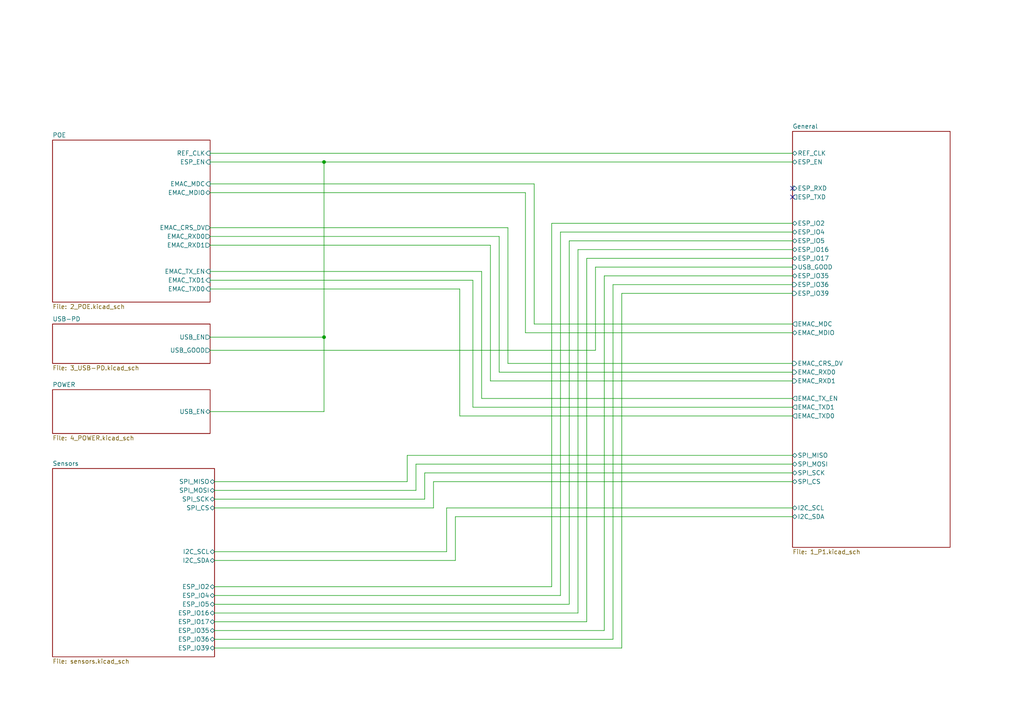
<source format=kicad_sch>
(kicad_sch
	(version 20231120)
	(generator "eeschema")
	(generator_version "8.0")
	(uuid "e085f17c-3357-4281-ab9e-eebcecacdfc5")
	(paper "A4")
	(lib_symbols)
	(junction
		(at 93.98 97.79)
		(diameter 0)
		(color 0 0 0 0)
		(uuid "426342bf-2a64-4630-9e84-832b310dd5c4")
	)
	(junction
		(at 93.98 46.99)
		(diameter 0)
		(color 0 0 0 0)
		(uuid "9965e8bd-51e7-4617-84ab-04c0142fe3fb")
	)
	(no_connect
		(at 229.87 54.61)
		(uuid "054aa814-c547-45e0-b544-af1f2dab1da2")
	)
	(no_connect
		(at 229.87 57.15)
		(uuid "1e11e0ee-b9a0-445e-82e2-17cf20e4c0e5")
	)
	(wire
		(pts
			(xy 229.87 96.52) (xy 152.4 96.52)
		)
		(stroke
			(width 0)
			(type default)
		)
		(uuid "084996b1-5906-448d-8f38-8f7ea3bac7cb")
	)
	(wire
		(pts
			(xy 165.1 175.26) (xy 165.1 69.85)
		)
		(stroke
			(width 0)
			(type default)
		)
		(uuid "0881b7eb-ccd1-4120-ba59-840d34c10e3c")
	)
	(wire
		(pts
			(xy 132.08 149.86) (xy 229.87 149.86)
		)
		(stroke
			(width 0)
			(type default)
		)
		(uuid "0ae4d315-6fa5-4386-98ce-fb61f70b6b8e")
	)
	(wire
		(pts
			(xy 62.23 180.34) (xy 170.18 180.34)
		)
		(stroke
			(width 0)
			(type default)
		)
		(uuid "0ddec1ab-7371-4dc0-920e-19777f6d8ffe")
	)
	(wire
		(pts
			(xy 62.23 160.02) (xy 129.54 160.02)
		)
		(stroke
			(width 0)
			(type default)
		)
		(uuid "0e957565-c289-4355-83a7-607a4ca57dd1")
	)
	(wire
		(pts
			(xy 177.8 82.55) (xy 177.8 185.42)
		)
		(stroke
			(width 0)
			(type default)
		)
		(uuid "11fdbf4e-f5c9-413c-942f-21fe59d5d907")
	)
	(wire
		(pts
			(xy 229.87 110.49) (xy 142.24 110.49)
		)
		(stroke
			(width 0)
			(type default)
		)
		(uuid "1704bf27-22f2-4ebd-a774-f1eb2f513f80")
	)
	(wire
		(pts
			(xy 60.96 83.82) (xy 133.35 83.82)
		)
		(stroke
			(width 0)
			(type default)
		)
		(uuid "1bf4eb11-5378-428a-b245-fc63689d8e50")
	)
	(wire
		(pts
			(xy 118.11 139.7) (xy 118.11 132.08)
		)
		(stroke
			(width 0)
			(type default)
		)
		(uuid "25bc8179-94c5-48bd-a112-1a6a12c6945a")
	)
	(wire
		(pts
			(xy 129.54 160.02) (xy 129.54 147.32)
		)
		(stroke
			(width 0)
			(type default)
		)
		(uuid "298bbd43-f412-4f53-a5a7-1a8537c54be7")
	)
	(wire
		(pts
			(xy 62.23 170.18) (xy 160.02 170.18)
		)
		(stroke
			(width 0)
			(type default)
		)
		(uuid "326aaba3-a032-4b69-ab5c-41f92756e0bf")
	)
	(wire
		(pts
			(xy 125.73 139.7) (xy 229.87 139.7)
		)
		(stroke
			(width 0)
			(type default)
		)
		(uuid "340a7f6e-797c-44f9-99f3-5b1a418c61fc")
	)
	(wire
		(pts
			(xy 60.96 97.79) (xy 93.98 97.79)
		)
		(stroke
			(width 0)
			(type default)
		)
		(uuid "381b211a-72a6-47fb-927a-78979938fc7a")
	)
	(wire
		(pts
			(xy 229.87 105.41) (xy 147.32 105.41)
		)
		(stroke
			(width 0)
			(type default)
		)
		(uuid "383790db-b8f4-4811-bcfa-0fb619b96279")
	)
	(wire
		(pts
			(xy 142.24 110.49) (xy 142.24 71.12)
		)
		(stroke
			(width 0)
			(type default)
		)
		(uuid "387bfd70-9346-4af5-b500-cc3455ec2638")
	)
	(wire
		(pts
			(xy 60.96 119.38) (xy 93.98 119.38)
		)
		(stroke
			(width 0)
			(type default)
		)
		(uuid "3d4446ca-ad3c-4d4b-b5d5-86d7c8ee50f2")
	)
	(wire
		(pts
			(xy 60.96 44.45) (xy 229.87 44.45)
		)
		(stroke
			(width 0)
			(type default)
		)
		(uuid "46f6c9a8-2344-417f-9fce-fac184c6743a")
	)
	(wire
		(pts
			(xy 170.18 74.93) (xy 229.87 74.93)
		)
		(stroke
			(width 0)
			(type default)
		)
		(uuid "4b948429-ba6e-49b2-98bd-2e28a560adf2")
	)
	(wire
		(pts
			(xy 62.23 144.78) (xy 123.19 144.78)
		)
		(stroke
			(width 0)
			(type default)
		)
		(uuid "4d8d5cd3-1c38-471c-92d1-b80970d2e756")
	)
	(wire
		(pts
			(xy 229.87 72.39) (xy 167.64 72.39)
		)
		(stroke
			(width 0)
			(type default)
		)
		(uuid "50b0ca69-ed1c-45c1-a58c-af86bcbcf44c")
	)
	(wire
		(pts
			(xy 167.64 177.8) (xy 62.23 177.8)
		)
		(stroke
			(width 0)
			(type default)
		)
		(uuid "50c82dd3-6ff1-43f6-80ed-3cb1be773875")
	)
	(wire
		(pts
			(xy 62.23 187.96) (xy 180.34 187.96)
		)
		(stroke
			(width 0)
			(type default)
		)
		(uuid "5171e110-762e-4343-9dea-a6d53cafdeed")
	)
	(wire
		(pts
			(xy 154.94 53.34) (xy 154.94 93.98)
		)
		(stroke
			(width 0)
			(type default)
		)
		(uuid "59bf5867-11f6-47de-8620-49adc07aa174")
	)
	(wire
		(pts
			(xy 62.23 175.26) (xy 165.1 175.26)
		)
		(stroke
			(width 0)
			(type default)
		)
		(uuid "632c82f4-9aa7-4d06-a8f8-f04e4408a0fe")
	)
	(wire
		(pts
			(xy 62.23 147.32) (xy 125.73 147.32)
		)
		(stroke
			(width 0)
			(type default)
		)
		(uuid "642f3e26-b0c1-44b9-a9db-643ad8b7b5e4")
	)
	(wire
		(pts
			(xy 60.96 53.34) (xy 154.94 53.34)
		)
		(stroke
			(width 0)
			(type default)
		)
		(uuid "6578332f-3bb3-43ac-8c37-78c2eec1fab0")
	)
	(wire
		(pts
			(xy 180.34 187.96) (xy 180.34 85.09)
		)
		(stroke
			(width 0)
			(type default)
		)
		(uuid "68d55c60-61e8-4924-b598-fec0f52b77bc")
	)
	(wire
		(pts
			(xy 125.73 147.32) (xy 125.73 139.7)
		)
		(stroke
			(width 0)
			(type default)
		)
		(uuid "69ade173-b127-4e3c-84ed-01295641fe02")
	)
	(wire
		(pts
			(xy 93.98 97.79) (xy 93.98 46.99)
		)
		(stroke
			(width 0)
			(type default)
		)
		(uuid "6c9cd14c-bece-4e26-aed9-c7d63914df60")
	)
	(wire
		(pts
			(xy 60.96 101.6) (xy 172.72 101.6)
		)
		(stroke
			(width 0)
			(type default)
		)
		(uuid "6ddd2676-7d07-4c7c-94f9-d7513caddb13")
	)
	(wire
		(pts
			(xy 162.56 67.31) (xy 162.56 172.72)
		)
		(stroke
			(width 0)
			(type default)
		)
		(uuid "6e17ba0a-dd4b-45a3-8c80-18af9db9e3b1")
	)
	(wire
		(pts
			(xy 60.96 55.88) (xy 152.4 55.88)
		)
		(stroke
			(width 0)
			(type default)
		)
		(uuid "709a8449-583a-4283-bc98-c7e8c7079452")
	)
	(wire
		(pts
			(xy 229.87 118.11) (xy 137.16 118.11)
		)
		(stroke
			(width 0)
			(type default)
		)
		(uuid "71539d62-4a6d-4dc2-85ff-a44394e57891")
	)
	(wire
		(pts
			(xy 123.19 137.16) (xy 229.87 137.16)
		)
		(stroke
			(width 0)
			(type default)
		)
		(uuid "71978b72-2874-47d8-a1ae-bfeceb705ea4")
	)
	(wire
		(pts
			(xy 60.96 68.58) (xy 144.78 68.58)
		)
		(stroke
			(width 0)
			(type default)
		)
		(uuid "76d22c61-115d-468d-bca2-d4d5821606c2")
	)
	(wire
		(pts
			(xy 229.87 134.62) (xy 120.65 134.62)
		)
		(stroke
			(width 0)
			(type default)
		)
		(uuid "76fa7eaf-1b4f-4383-b3ba-fd392b75d84c")
	)
	(wire
		(pts
			(xy 133.35 83.82) (xy 133.35 120.65)
		)
		(stroke
			(width 0)
			(type default)
		)
		(uuid "78341c41-d790-46f6-9fd8-d549c2355a81")
	)
	(wire
		(pts
			(xy 93.98 46.99) (xy 229.87 46.99)
		)
		(stroke
			(width 0)
			(type default)
		)
		(uuid "85ad5f50-1e41-4eb6-9189-01cefdbe165b")
	)
	(wire
		(pts
			(xy 60.96 81.28) (xy 137.16 81.28)
		)
		(stroke
			(width 0)
			(type default)
		)
		(uuid "8cc13532-59ed-4a2d-85a7-ec0d901f85b4")
	)
	(wire
		(pts
			(xy 133.35 120.65) (xy 229.87 120.65)
		)
		(stroke
			(width 0)
			(type default)
		)
		(uuid "8dd58316-af5b-4f33-8921-d03ffdda780b")
	)
	(wire
		(pts
			(xy 172.72 101.6) (xy 172.72 77.47)
		)
		(stroke
			(width 0)
			(type default)
		)
		(uuid "956aa69d-0c41-4658-beca-73235765e69c")
	)
	(wire
		(pts
			(xy 60.96 78.74) (xy 139.7 78.74)
		)
		(stroke
			(width 0)
			(type default)
		)
		(uuid "958ce738-6d91-4737-859b-cac0d4d32e1d")
	)
	(wire
		(pts
			(xy 152.4 96.52) (xy 152.4 55.88)
		)
		(stroke
			(width 0)
			(type default)
		)
		(uuid "97badc91-0f4e-4c19-b2c3-725cc1299600")
	)
	(wire
		(pts
			(xy 172.72 77.47) (xy 229.87 77.47)
		)
		(stroke
			(width 0)
			(type default)
		)
		(uuid "981cdafb-a705-4f48-86e0-a4fc5f78617f")
	)
	(wire
		(pts
			(xy 175.26 182.88) (xy 175.26 80.01)
		)
		(stroke
			(width 0)
			(type default)
		)
		(uuid "99400106-c4f8-4d4a-84fe-2a1eb6a298d8")
	)
	(wire
		(pts
			(xy 60.96 71.12) (xy 142.24 71.12)
		)
		(stroke
			(width 0)
			(type default)
		)
		(uuid "9c878fde-7d04-43b2-9a4a-9443b32c2c73")
	)
	(wire
		(pts
			(xy 60.96 46.99) (xy 93.98 46.99)
		)
		(stroke
			(width 0)
			(type default)
		)
		(uuid "9f77bfa2-6d4d-4df5-9d95-96b56ded4b68")
	)
	(wire
		(pts
			(xy 62.23 182.88) (xy 175.26 182.88)
		)
		(stroke
			(width 0)
			(type default)
		)
		(uuid "a0a80b3c-62f3-4b4b-939a-2e29ced2d01a")
	)
	(wire
		(pts
			(xy 167.64 72.39) (xy 167.64 177.8)
		)
		(stroke
			(width 0)
			(type default)
		)
		(uuid "a0d2330e-9ce5-4ff6-9062-487b4627bad5")
	)
	(wire
		(pts
			(xy 129.54 147.32) (xy 229.87 147.32)
		)
		(stroke
			(width 0)
			(type default)
		)
		(uuid "a46f417a-b53a-4184-9929-40006966b7c5")
	)
	(wire
		(pts
			(xy 62.23 139.7) (xy 118.11 139.7)
		)
		(stroke
			(width 0)
			(type default)
		)
		(uuid "a4f4c3b7-31db-4ff4-99b4-5b2dcfe7b8d8")
	)
	(wire
		(pts
			(xy 175.26 80.01) (xy 229.87 80.01)
		)
		(stroke
			(width 0)
			(type default)
		)
		(uuid "a724a0d0-7b8a-436c-9317-076fb0fc2346")
	)
	(wire
		(pts
			(xy 162.56 172.72) (xy 62.23 172.72)
		)
		(stroke
			(width 0)
			(type default)
		)
		(uuid "a78401ab-adee-4495-bc72-e860fc6bb225")
	)
	(wire
		(pts
			(xy 229.87 82.55) (xy 177.8 82.55)
		)
		(stroke
			(width 0)
			(type default)
		)
		(uuid "a9423747-f4c2-4d78-97ac-5a2ac0259bcf")
	)
	(wire
		(pts
			(xy 144.78 107.95) (xy 229.87 107.95)
		)
		(stroke
			(width 0)
			(type default)
		)
		(uuid "aa34c5c8-fc01-45e9-87f0-991fd040572a")
	)
	(wire
		(pts
			(xy 229.87 67.31) (xy 162.56 67.31)
		)
		(stroke
			(width 0)
			(type default)
		)
		(uuid "aab4d207-8915-4e20-ae9c-2175c2c3bca3")
	)
	(wire
		(pts
			(xy 62.23 162.56) (xy 132.08 162.56)
		)
		(stroke
			(width 0)
			(type default)
		)
		(uuid "abfb03bb-6be0-4916-a129-6943b0d13443")
	)
	(wire
		(pts
			(xy 118.11 132.08) (xy 229.87 132.08)
		)
		(stroke
			(width 0)
			(type default)
		)
		(uuid "ada84357-1cd2-4bd7-9fe4-241be824d74b")
	)
	(wire
		(pts
			(xy 180.34 85.09) (xy 229.87 85.09)
		)
		(stroke
			(width 0)
			(type default)
		)
		(uuid "b36ca580-8ceb-4b83-a4c3-eb34c38a79a4")
	)
	(wire
		(pts
			(xy 123.19 144.78) (xy 123.19 137.16)
		)
		(stroke
			(width 0)
			(type default)
		)
		(uuid "bf1c4989-e9ad-491b-85c9-1a710ec1001e")
	)
	(wire
		(pts
			(xy 139.7 78.74) (xy 139.7 115.57)
		)
		(stroke
			(width 0)
			(type default)
		)
		(uuid "c75859d9-7f1f-4efa-b3c2-0152ab6b1502")
	)
	(wire
		(pts
			(xy 137.16 118.11) (xy 137.16 81.28)
		)
		(stroke
			(width 0)
			(type default)
		)
		(uuid "d699f49c-d52c-4825-bd8d-7f9e686f44be")
	)
	(wire
		(pts
			(xy 154.94 93.98) (xy 229.87 93.98)
		)
		(stroke
			(width 0)
			(type default)
		)
		(uuid "e1f2c5ec-7461-419f-aecd-648a07b84463")
	)
	(wire
		(pts
			(xy 139.7 115.57) (xy 229.87 115.57)
		)
		(stroke
			(width 0)
			(type default)
		)
		(uuid "e3d315bd-0cf9-446d-9174-331724d2cdc9")
	)
	(wire
		(pts
			(xy 62.23 142.24) (xy 120.65 142.24)
		)
		(stroke
			(width 0)
			(type default)
		)
		(uuid "e4c0292d-a143-4ca7-a164-2620502353b4")
	)
	(wire
		(pts
			(xy 93.98 97.79) (xy 93.98 119.38)
		)
		(stroke
			(width 0)
			(type default)
		)
		(uuid "e8a98ce4-d8a5-4b65-bcbc-04f948b7e0f3")
	)
	(wire
		(pts
			(xy 144.78 68.58) (xy 144.78 107.95)
		)
		(stroke
			(width 0)
			(type default)
		)
		(uuid "e90d7408-e016-429d-8062-d36e5fba304c")
	)
	(wire
		(pts
			(xy 177.8 185.42) (xy 62.23 185.42)
		)
		(stroke
			(width 0)
			(type default)
		)
		(uuid "ee5ae954-0692-4808-a9df-25ce5becb3c3")
	)
	(wire
		(pts
			(xy 170.18 180.34) (xy 170.18 74.93)
		)
		(stroke
			(width 0)
			(type default)
		)
		(uuid "efb176c0-e326-4765-833c-f9b26cff3481")
	)
	(wire
		(pts
			(xy 160.02 170.18) (xy 160.02 64.77)
		)
		(stroke
			(width 0)
			(type default)
		)
		(uuid "f1649904-e23c-4aaa-9c2b-afd03f009e2d")
	)
	(wire
		(pts
			(xy 120.65 142.24) (xy 120.65 134.62)
		)
		(stroke
			(width 0)
			(type default)
		)
		(uuid "f19c0c3d-fbbb-45aa-a190-ae9a3b9407d3")
	)
	(wire
		(pts
			(xy 165.1 69.85) (xy 229.87 69.85)
		)
		(stroke
			(width 0)
			(type default)
		)
		(uuid "f2f6bea8-5e63-45d0-9913-f40b531a39de")
	)
	(wire
		(pts
			(xy 132.08 149.86) (xy 132.08 162.56)
		)
		(stroke
			(width 0)
			(type default)
		)
		(uuid "f67f0848-605b-4ea3-b22c-07e73720ca18")
	)
	(wire
		(pts
			(xy 160.02 64.77) (xy 229.87 64.77)
		)
		(stroke
			(width 0)
			(type default)
		)
		(uuid "fbce4061-45f6-465b-b37d-c77ee371e557")
	)
	(wire
		(pts
			(xy 147.32 105.41) (xy 147.32 66.04)
		)
		(stroke
			(width 0)
			(type default)
		)
		(uuid "fc149bee-d9bb-4bbf-8485-ee4e27532241")
	)
	(wire
		(pts
			(xy 60.96 66.04) (xy 147.32 66.04)
		)
		(stroke
			(width 0)
			(type default)
		)
		(uuid "fd8a889b-576e-4f9f-8cf6-46afbc584cd1")
	)
	(sheet
		(at 15.24 93.98)
		(size 45.72 11.43)
		(fields_autoplaced yes)
		(stroke
			(width 0)
			(type solid)
		)
		(fill
			(color 0 0 0 0.0000)
		)
		(uuid "27144c85-235d-4629-80e8-2264cfeb99f0")
		(property "Sheetname" "USB-PD"
			(at 15.24 93.2684 0)
			(effects
				(font
					(size 1.27 1.27)
				)
				(justify left bottom)
			)
		)
		(property "Sheetfile" "3_USB-PD.kicad_sch"
			(at 15.24 105.9946 0)
			(effects
				(font
					(size 1.27 1.27)
				)
				(justify left top)
			)
		)
		(pin "USB_EN" output
			(at 60.96 97.79 0)
			(effects
				(font
					(size 1.27 1.27)
				)
				(justify right)
			)
			(uuid "86927414-22c4-4cd9-b670-8e59689f1a90")
		)
		(pin "USB_GOOD" output
			(at 60.96 101.6 0)
			(effects
				(font
					(size 1.27 1.27)
				)
				(justify right)
			)
			(uuid "c0d19551-8319-4182-ae48-d8685d3356cc")
		)
		(instances
			(project "Lichtstab"
				(path "/e085f17c-3357-4281-ab9e-eebcecacdfc5"
					(page "4")
				)
			)
		)
	)
	(sheet
		(at 15.24 113.03)
		(size 45.72 12.7)
		(fields_autoplaced yes)
		(stroke
			(width 0)
			(type solid)
		)
		(fill
			(color 0 0 0 0.0000)
		)
		(uuid "561e7873-5e0e-4f94-ac90-38a5c97d86ef")
		(property "Sheetname" "POWER"
			(at 15.24 112.3184 0)
			(effects
				(font
					(size 1.27 1.27)
				)
				(justify left bottom)
			)
		)
		(property "Sheetfile" "4_POWER.kicad_sch"
			(at 15.24 126.3146 0)
			(effects
				(font
					(size 1.27 1.27)
				)
				(justify left top)
			)
		)
		(pin "USB_EN" bidirectional
			(at 60.96 119.38 0)
			(effects
				(font
					(size 1.27 1.27)
				)
				(justify right)
			)
			(uuid "bed63dd0-a40b-45cd-984e-d8823e7d04eb")
		)
		(instances
			(project "Lichtstab"
				(path "/e085f17c-3357-4281-ab9e-eebcecacdfc5"
					(page "5")
				)
			)
		)
	)
	(sheet
		(at 229.87 38.1)
		(size 45.72 120.65)
		(fields_autoplaced yes)
		(stroke
			(width 0)
			(type solid)
		)
		(fill
			(color 0 0 0 0.0000)
		)
		(uuid "716186ee-16a1-4ec1-90c7-dc14427dfd17")
		(property "Sheetname" "General"
			(at 229.87 37.3884 0)
			(effects
				(font
					(size 1.27 1.27)
				)
				(justify left bottom)
			)
		)
		(property "Sheetfile" "1_P1.kicad_sch"
			(at 229.87 159.3346 0)
			(effects
				(font
					(size 1.27 1.27)
				)
				(justify left top)
			)
		)
		(pin "REF_CLK" bidirectional
			(at 229.87 44.45 180)
			(effects
				(font
					(size 1.27 1.27)
				)
				(justify left)
			)
			(uuid "4cb34b95-b1f1-4236-8357-bd0db31b50bf")
		)
		(pin "ESP_EN" bidirectional
			(at 229.87 46.99 180)
			(effects
				(font
					(size 1.27 1.27)
				)
				(justify left)
			)
			(uuid "e73982ad-d11a-4ba8-b259-19be47661b9a")
		)
		(pin "ESP_RXD" input
			(at 229.87 54.61 180)
			(effects
				(font
					(size 1.27 1.27)
				)
				(justify left)
			)
			(uuid "3ed5af81-3dae-4798-9bb8-ff0f64f2aa91")
		)
		(pin "ESP_TXD" output
			(at 229.87 57.15 180)
			(effects
				(font
					(size 1.27 1.27)
				)
				(justify left)
			)
			(uuid "6ba70eb6-f6fe-47f3-9556-ca246959a654")
		)
		(pin "ESP_IO2" bidirectional
			(at 229.87 64.77 180)
			(effects
				(font
					(size 1.27 1.27)
				)
				(justify left)
			)
			(uuid "2cd0b630-b339-4b47-82b6-c38d4abead95")
		)
		(pin "ESP_IO4" bidirectional
			(at 229.87 67.31 180)
			(effects
				(font
					(size 1.27 1.27)
				)
				(justify left)
			)
			(uuid "8f76da61-786d-4e29-b071-2771804989e7")
		)
		(pin "ESP_IO5" bidirectional
			(at 229.87 69.85 180)
			(effects
				(font
					(size 1.27 1.27)
				)
				(justify left)
			)
			(uuid "87cb0a4a-29e1-4634-bafd-e354416d48dc")
		)
		(pin "SPI_MISO" bidirectional
			(at 229.87 132.08 180)
			(effects
				(font
					(size 1.27 1.27)
				)
				(justify left)
			)
			(uuid "cd57dab1-c622-4128-a8ac-f526ba95acf6")
		)
		(pin "SPI_MOSI" bidirectional
			(at 229.87 134.62 180)
			(effects
				(font
					(size 1.27 1.27)
				)
				(justify left)
			)
			(uuid "0471f902-3d64-470e-8f07-03d280bd78ac")
		)
		(pin "SPI_SCK" bidirectional
			(at 229.87 137.16 180)
			(effects
				(font
					(size 1.27 1.27)
				)
				(justify left)
			)
			(uuid "93a46a09-99d1-44e0-a05c-0d4917463084")
		)
		(pin "ESP_IO16" bidirectional
			(at 229.87 72.39 180)
			(effects
				(font
					(size 1.27 1.27)
				)
				(justify left)
			)
			(uuid "fb800ca0-106a-4ab5-8be8-8832b188b40b")
		)
		(pin "ESP_IO17" bidirectional
			(at 229.87 74.93 180)
			(effects
				(font
					(size 1.27 1.27)
				)
				(justify left)
			)
			(uuid "9a4a9878-3ed3-4259-9304-3951ec00dc6f")
		)
		(pin "SPI_CS" bidirectional
			(at 229.87 139.7 180)
			(effects
				(font
					(size 1.27 1.27)
				)
				(justify left)
			)
			(uuid "9a8fd481-c10f-48f9-8b73-d111404d40d8")
		)
		(pin "ESP_IO36" input
			(at 229.87 82.55 180)
			(effects
				(font
					(size 1.27 1.27)
				)
				(justify left)
			)
			(uuid "e1dd4e9f-9d99-4dd2-bdca-48c2f2ff15f4")
		)
		(pin "ESP_IO39" input
			(at 229.87 85.09 180)
			(effects
				(font
					(size 1.27 1.27)
				)
				(justify left)
			)
			(uuid "9c0a48b1-f21d-4177-bc72-0dde8abcebc0")
		)
		(pin "ESP_IO35" bidirectional
			(at 229.87 80.01 180)
			(effects
				(font
					(size 1.27 1.27)
				)
				(justify left)
			)
			(uuid "207d6be8-a512-4791-9fb2-e1d557269eb9")
		)
		(pin "I2C_SCL" bidirectional
			(at 229.87 147.32 180)
			(effects
				(font
					(size 1.27 1.27)
				)
				(justify left)
			)
			(uuid "b9409979-b866-48a7-bfdd-36386a3c9069")
		)
		(pin "I2C_SDA" bidirectional
			(at 229.87 149.86 180)
			(effects
				(font
					(size 1.27 1.27)
				)
				(justify left)
			)
			(uuid "6a5017d9-c04d-48b2-90ed-5c3195c9f1cc")
		)
		(pin "EMAC_TX_EN" output
			(at 229.87 115.57 180)
			(effects
				(font
					(size 1.27 1.27)
				)
				(justify left)
			)
			(uuid "ff8e5b10-001b-4c23-a10d-29d73133fe01")
		)
		(pin "EMAC_MDIO" bidirectional
			(at 229.87 96.52 180)
			(effects
				(font
					(size 1.27 1.27)
				)
				(justify left)
			)
			(uuid "32946a48-1cb1-4d45-b92d-65c96e99735e")
		)
		(pin "EMAC_TXD1" output
			(at 229.87 118.11 180)
			(effects
				(font
					(size 1.27 1.27)
				)
				(justify left)
			)
			(uuid "489621da-9d6f-4cab-a99d-bb8db85aa30a")
		)
		(pin "EMAC_MDC" output
			(at 229.87 93.98 180)
			(effects
				(font
					(size 1.27 1.27)
				)
				(justify left)
			)
			(uuid "fe49465a-91f1-47f8-9be3-4dab1a207178")
		)
		(pin "EMAC_TXD0" output
			(at 229.87 120.65 180)
			(effects
				(font
					(size 1.27 1.27)
				)
				(justify left)
			)
			(uuid "8c68cf5c-bc76-485a-8e75-b3424de28572")
		)
		(pin "EMAC_RXD0" input
			(at 229.87 107.95 180)
			(effects
				(font
					(size 1.27 1.27)
				)
				(justify left)
			)
			(uuid "31310d18-0f56-44f8-ba70-0a81ebbd94bb")
		)
		(pin "EMAC_CRS_DV" input
			(at 229.87 105.41 180)
			(effects
				(font
					(size 1.27 1.27)
				)
				(justify left)
			)
			(uuid "7faddd9d-0593-47fa-9ec1-ac6de3af49f6")
		)
		(pin "USB_GOOD" input
			(at 229.87 77.47 180)
			(effects
				(font
					(size 1.27 1.27)
				)
				(justify left)
			)
			(uuid "2a0f2af5-e23f-48eb-b753-4fb3d524c8b3")
		)
		(pin "EMAC_RXD1" input
			(at 229.87 110.49 180)
			(effects
				(font
					(size 1.27 1.27)
				)
				(justify left)
			)
			(uuid "fe5e38af-347a-49e9-9bdf-9bacea4e1586")
		)
		(instances
			(project "Lichtstab"
				(path "/e085f17c-3357-4281-ab9e-eebcecacdfc5"
					(page "2")
				)
			)
		)
	)
	(sheet
		(at 15.24 135.89)
		(size 46.99 54.61)
		(fields_autoplaced yes)
		(stroke
			(width 0.1524)
			(type solid)
		)
		(fill
			(color 0 0 0 0.0000)
		)
		(uuid "a85f29ce-2301-436e-994e-d9463dd7c876")
		(property "Sheetname" "Sensors"
			(at 15.24 135.1784 0)
			(effects
				(font
					(size 1.27 1.27)
				)
				(justify left bottom)
			)
		)
		(property "Sheetfile" "sensors.kicad_sch"
			(at 15.24 191.0846 0)
			(effects
				(font
					(size 1.27 1.27)
				)
				(justify left top)
			)
		)
		(pin "ESP_IO39" bidirectional
			(at 62.23 187.96 0)
			(effects
				(font
					(size 1.27 1.27)
				)
				(justify right)
			)
			(uuid "7ad3daba-4d5f-41f3-b6fc-85b01245ccd0")
		)
		(pin "ESP_IO2" bidirectional
			(at 62.23 170.18 0)
			(effects
				(font
					(size 1.27 1.27)
				)
				(justify right)
			)
			(uuid "dcde0cde-22de-4615-b710-53a8c1692616")
		)
		(pin "SPI_MOSI" bidirectional
			(at 62.23 142.24 0)
			(effects
				(font
					(size 1.27 1.27)
				)
				(justify right)
			)
			(uuid "88717254-0b70-4719-b0c9-3975e032da45")
		)
		(pin "I2C_SDA" bidirectional
			(at 62.23 162.56 0)
			(effects
				(font
					(size 1.27 1.27)
				)
				(justify right)
			)
			(uuid "df745d34-d464-4696-b73d-079234efb196")
		)
		(pin "ESP_IO35" bidirectional
			(at 62.23 182.88 0)
			(effects
				(font
					(size 1.27 1.27)
				)
				(justify right)
			)
			(uuid "5d0bfc02-6001-4126-b1c9-9ebab99e23d4")
		)
		(pin "ESP_IO36" bidirectional
			(at 62.23 185.42 0)
			(effects
				(font
					(size 1.27 1.27)
				)
				(justify right)
			)
			(uuid "8b5075e4-dabc-4380-84a0-31e45802547c")
		)
		(pin "SPI_MISO" bidirectional
			(at 62.23 139.7 0)
			(effects
				(font
					(size 1.27 1.27)
				)
				(justify right)
			)
			(uuid "1d4701e4-3976-4b33-b98a-f44c7addf4ff")
		)
		(pin "SPI_SCK" bidirectional
			(at 62.23 144.78 0)
			(effects
				(font
					(size 1.27 1.27)
				)
				(justify right)
			)
			(uuid "d06f9d17-b945-4c5e-8c29-0d480f7d8661")
		)
		(pin "SPI_CS" bidirectional
			(at 62.23 147.32 0)
			(effects
				(font
					(size 1.27 1.27)
				)
				(justify right)
			)
			(uuid "d00fa20f-cb15-47e3-91c3-c7c119d108fa")
		)
		(pin "I2C_SCL" bidirectional
			(at 62.23 160.02 0)
			(effects
				(font
					(size 1.27 1.27)
				)
				(justify right)
			)
			(uuid "fbb43180-9490-443b-83fc-8f1a0b17f68b")
		)
		(pin "ESP_IO5" bidirectional
			(at 62.23 175.26 0)
			(effects
				(font
					(size 1.27 1.27)
				)
				(justify right)
			)
			(uuid "ff0b0eda-6a42-4aef-a639-9889ac100f6f")
		)
		(pin "ESP_IO17" bidirectional
			(at 62.23 180.34 0)
			(effects
				(font
					(size 1.27 1.27)
				)
				(justify right)
			)
			(uuid "32ebd829-f14c-486e-aeb5-332e3a7ccb39")
		)
		(pin "ESP_IO4" bidirectional
			(at 62.23 172.72 0)
			(effects
				(font
					(size 1.27 1.27)
				)
				(justify right)
			)
			(uuid "09fb0f98-7660-404c-80bb-6a07c91b1c2c")
		)
		(pin "ESP_IO16" bidirectional
			(at 62.23 177.8 0)
			(effects
				(font
					(size 1.27 1.27)
				)
				(justify right)
			)
			(uuid "9b022ccf-0edb-451f-92d4-99f5f8cab25c")
		)
		(instances
			(project "Lichtstab"
				(path "/e085f17c-3357-4281-ab9e-eebcecacdfc5"
					(page "6")
				)
			)
		)
	)
	(sheet
		(at 15.24 40.64)
		(size 45.72 46.99)
		(fields_autoplaced yes)
		(stroke
			(width 0)
			(type solid)
		)
		(fill
			(color 0 0 0 0.0000)
		)
		(uuid "f0684335-54fe-4c40-868c-eb2ee3b6696b")
		(property "Sheetname" "POE"
			(at 15.24 39.9284 0)
			(effects
				(font
					(size 1.27 1.27)
				)
				(justify left bottom)
			)
		)
		(property "Sheetfile" "2_POE.kicad_sch"
			(at 15.24 88.2146 0)
			(effects
				(font
					(size 1.27 1.27)
				)
				(justify left top)
			)
		)
		(pin "REF_CLK" input
			(at 60.96 44.45 0)
			(effects
				(font
					(size 1.27 1.27)
				)
				(justify right)
			)
			(uuid "9613dcb0-818a-4c2c-b06a-26bad331f14c")
		)
		(pin "EMAC_CRS_DV" output
			(at 60.96 66.04 0)
			(effects
				(font
					(size 1.27 1.27)
				)
				(justify right)
			)
			(uuid "4a208556-4b89-49bf-b762-4ed575cf2eeb")
		)
		(pin "ESP_EN" input
			(at 60.96 46.99 0)
			(effects
				(font
					(size 1.27 1.27)
				)
				(justify right)
			)
			(uuid "82b88871-6d90-4902-bca0-ea4b2130c6b1")
		)
		(pin "EMAC_MDIO" bidirectional
			(at 60.96 55.88 0)
			(effects
				(font
					(size 1.27 1.27)
				)
				(justify right)
			)
			(uuid "f6de8a6d-4e38-4d20-b098-1949d2edafa1")
		)
		(pin "EMAC_TX_EN" input
			(at 60.96 78.74 0)
			(effects
				(font
					(size 1.27 1.27)
				)
				(justify right)
			)
			(uuid "f36122cc-18ee-4dd6-b72a-50fe6de04628")
		)
		(pin "EMAC_MDC" input
			(at 60.96 53.34 0)
			(effects
				(font
					(size 1.27 1.27)
				)
				(justify right)
			)
			(uuid "f3bc2c40-a884-41fc-8344-f8996728a961")
		)
		(pin "EMAC_TXD1" input
			(at 60.96 81.28 0)
			(effects
				(font
					(size 1.27 1.27)
				)
				(justify right)
			)
			(uuid "325c2a5d-abc8-481d-9cd9-e21d62670705")
		)
		(pin "EMAC_TXD0" input
			(at 60.96 83.82 0)
			(effects
				(font
					(size 1.27 1.27)
				)
				(justify right)
			)
			(uuid "1f1769d0-35cf-4863-92f1-043bfe05fb55")
		)
		(pin "EMAC_RXD0" output
			(at 60.96 68.58 0)
			(effects
				(font
					(size 1.27 1.27)
				)
				(justify right)
			)
			(uuid "89623f7b-69a2-40bb-bcd7-995f21e6bccd")
		)
		(pin "EMAC_RXD1" output
			(at 60.96 71.12 0)
			(effects
				(font
					(size 1.27 1.27)
				)
				(justify right)
			)
			(uuid "636fd3ff-9360-44ac-bbf3-e89e01b7af0a")
		)
		(instances
			(project "Lichtstab"
				(path "/e085f17c-3357-4281-ab9e-eebcecacdfc5"
					(page "3")
				)
			)
		)
	)
	(sheet_instances
		(path "/"
			(page "1")
		)
	)
)
</source>
